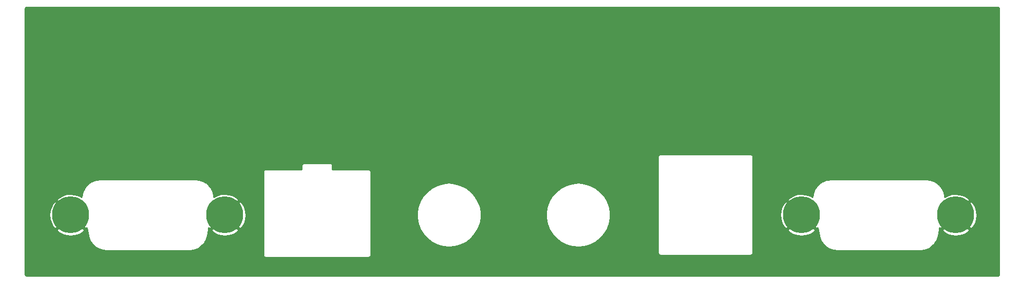
<source format=gbr>
%TF.GenerationSoftware,KiCad,Pcbnew,(5.1.10)-1*%
%TF.CreationDate,2021-10-12T00:16:37-07:00*%
%TF.ProjectId,backpanel,6261636b-7061-46e6-956c-2e6b69636164,rev?*%
%TF.SameCoordinates,PX18392c0PYda028c0*%
%TF.FileFunction,Copper,L2,Bot*%
%TF.FilePolarity,Positive*%
%FSLAX46Y46*%
G04 Gerber Fmt 4.6, Leading zero omitted, Abs format (unit mm)*
G04 Created by KiCad (PCBNEW (5.1.10)-1) date 2021-10-12 00:16:37*
%MOMM*%
%LPD*%
G01*
G04 APERTURE LIST*
%TA.AperFunction,ComponentPad*%
%ADD10C,6.000000*%
%TD*%
%TA.AperFunction,Conductor*%
%ADD11C,0.254000*%
%TD*%
%TA.AperFunction,Conductor*%
%ADD12C,0.100000*%
%TD*%
G04 APERTURE END LIST*
D10*
%TO.P,H4,1*%
%TO.N,GND*%
X151263003Y169036989D03*
%TD*%
%TO.P,H3,1*%
%TO.N,GND*%
X126263003Y169036989D03*
%TD*%
%TO.P,H2,1*%
%TO.N,GND*%
X32823003Y169036989D03*
%TD*%
%TO.P,H1,1*%
%TO.N,GND*%
X7823003Y169036989D03*
%TD*%
D11*
%TO.N,GND*%
X158149192Y202737647D02*
X158182074Y202727719D01*
X158212405Y202711591D01*
X158239023Y202689883D01*
X158260921Y202663413D01*
X158277261Y202633192D01*
X158287418Y202600380D01*
X158293204Y202545331D01*
X158293203Y159407329D01*
X158287661Y159350802D01*
X158277732Y159317917D01*
X158261607Y159287589D01*
X158239895Y159260968D01*
X158213427Y159239071D01*
X158183206Y159222731D01*
X158150393Y159212574D01*
X158095354Y159206789D01*
X657343Y159206789D01*
X600816Y159212331D01*
X567931Y159222260D01*
X537603Y159238385D01*
X510982Y159260097D01*
X489085Y159286565D01*
X472745Y159316786D01*
X462588Y159349599D01*
X456803Y159404638D01*
X456803Y166586836D01*
X5552455Y166586836D01*
X5900201Y166174414D01*
X6495609Y165854298D01*
X7142027Y165656491D01*
X7814614Y165588595D01*
X8487523Y165653218D01*
X9134895Y165847878D01*
X9731853Y166165094D01*
X9745805Y166174414D01*
X10093551Y166586836D01*
X7823003Y168857384D01*
X5552455Y166586836D01*
X456803Y166586836D01*
X456803Y169045378D01*
X4374609Y169045378D01*
X4439232Y168372469D01*
X4633892Y167725097D01*
X4951108Y167128139D01*
X4960428Y167114187D01*
X5372850Y166766441D01*
X7643398Y169036989D01*
X5372850Y171307537D01*
X4960428Y170959791D01*
X4640312Y170364383D01*
X4442505Y169717965D01*
X4374609Y169045378D01*
X456803Y169045378D01*
X456803Y171487142D01*
X5552455Y171487142D01*
X7823003Y169216594D01*
X7837146Y169230736D01*
X8016751Y169051131D01*
X8002608Y169036989D01*
X10273156Y166766441D01*
X10457314Y166921719D01*
X10682249Y165667704D01*
X10682936Y165665274D01*
X10692296Y165616211D01*
X10698605Y165594775D01*
X10702790Y165572838D01*
X10704633Y165566732D01*
X10849023Y165100284D01*
X10865061Y165062132D01*
X10880576Y165023731D01*
X10883570Y165018099D01*
X11115810Y164588579D01*
X11138959Y164554260D01*
X11161633Y164519611D01*
X11165664Y164514668D01*
X11476909Y164138439D01*
X11506258Y164109294D01*
X11535254Y164079685D01*
X11540168Y164075620D01*
X11918562Y163767008D01*
X11953070Y163744082D01*
X11987208Y163720707D01*
X11992818Y163717673D01*
X12423948Y163488437D01*
X12462212Y163472666D01*
X12500280Y163456350D01*
X12506373Y163454463D01*
X12973818Y163313334D01*
X13014381Y163305302D01*
X13054929Y163296684D01*
X13061272Y163296017D01*
X13547227Y163248369D01*
X13547232Y163248369D01*
X13569365Y163246189D01*
X27076241Y163246189D01*
X27079413Y163246501D01*
X27130036Y163247208D01*
X27152243Y163249699D01*
X27174580Y163250011D01*
X27180914Y163250766D01*
X27665348Y163311965D01*
X27705734Y163321141D01*
X27746218Y163329746D01*
X27752284Y163331716D01*
X28215606Y163485842D01*
X28253431Y163502683D01*
X28291483Y163518993D01*
X28297051Y163522104D01*
X28721613Y163763289D01*
X28755446Y163787156D01*
X28789605Y163810546D01*
X28794463Y163814679D01*
X29164092Y164133735D01*
X29192650Y164163724D01*
X29221610Y164193297D01*
X29225572Y164198295D01*
X29526191Y164583070D01*
X29548370Y164618018D01*
X29571046Y164652671D01*
X29573962Y164658344D01*
X29794117Y165094181D01*
X29809074Y165132742D01*
X29824598Y165171167D01*
X29826357Y165177298D01*
X29957506Y165647024D01*
X29963356Y165667704D01*
X30128222Y166586836D01*
X30552455Y166586836D01*
X30900201Y166174414D01*
X31495609Y165854298D01*
X32142027Y165656491D01*
X32814614Y165588595D01*
X33487523Y165653218D01*
X34134895Y165847878D01*
X34731853Y166165094D01*
X34745805Y166174414D01*
X35093551Y166586836D01*
X32823003Y168857384D01*
X30552455Y166586836D01*
X30128222Y166586836D01*
X30188344Y166922013D01*
X30372850Y166766441D01*
X32643398Y169036989D01*
X33002608Y169036989D01*
X35273156Y166766441D01*
X35685578Y167114187D01*
X36005694Y167709595D01*
X36203501Y168356013D01*
X36271397Y169028600D01*
X36206774Y169701509D01*
X36012114Y170348881D01*
X35694898Y170945839D01*
X35685578Y170959791D01*
X35273156Y171307537D01*
X33002608Y169036989D01*
X32643398Y169036989D01*
X32629256Y169051131D01*
X32808861Y169230736D01*
X32823003Y169216594D01*
X35093551Y171487142D01*
X34745805Y171899564D01*
X34150397Y172219680D01*
X33503979Y172417487D01*
X32831392Y172485383D01*
X32158483Y172420760D01*
X31511111Y172226100D01*
X31022557Y171966489D01*
X30974900Y172419915D01*
X30966569Y172460500D01*
X30958816Y172501140D01*
X30956973Y172507246D01*
X30812583Y172973694D01*
X30796545Y173011846D01*
X30781030Y173050247D01*
X30778036Y173055878D01*
X30545796Y173485399D01*
X30522632Y173519742D01*
X30499973Y173554367D01*
X30495942Y173559310D01*
X30184697Y173935540D01*
X30155313Y173964719D01*
X30126353Y173994292D01*
X30121439Y173998358D01*
X29743044Y174306969D01*
X29708547Y174329889D01*
X29674398Y174353271D01*
X29668788Y174356305D01*
X29237658Y174585541D01*
X29199380Y174601318D01*
X29161325Y174617628D01*
X29155232Y174619515D01*
X28687788Y174760645D01*
X28647180Y174768685D01*
X28606676Y174777294D01*
X28600333Y174777961D01*
X28114379Y174825609D01*
X28114374Y174825609D01*
X28092241Y174827789D01*
X12553365Y174827789D01*
X12532768Y174825760D01*
X12082762Y174784807D01*
X12043649Y174777345D01*
X12004395Y174770706D01*
X11998251Y174768991D01*
X11528881Y174634401D01*
X11490419Y174619173D01*
X11451683Y174604458D01*
X11445990Y174601582D01*
X11011701Y174378388D01*
X10976914Y174355969D01*
X10941789Y174334021D01*
X10936763Y174330094D01*
X10554097Y174026797D01*
X10524342Y173998063D01*
X10494134Y173969695D01*
X10489966Y173964867D01*
X10173499Y173593019D01*
X10149854Y173558999D01*
X10125770Y173525358D01*
X10122619Y173519812D01*
X9884404Y173093578D01*
X9867831Y173055643D01*
X9850726Y173017935D01*
X9848713Y173011883D01*
X9697824Y172547495D01*
X9688944Y172507107D01*
X9679479Y172466751D01*
X9678679Y172460423D01*
X9620864Y171975572D01*
X9620681Y171966836D01*
X9150397Y172219680D01*
X8503979Y172417487D01*
X7831392Y172485383D01*
X7158483Y172420760D01*
X6511111Y172226100D01*
X5914153Y171908884D01*
X5900201Y171899564D01*
X5552455Y171487142D01*
X456803Y171487142D01*
X456803Y176021989D01*
X39033993Y176021989D01*
X39036204Y175999541D01*
X39036203Y162582427D01*
X39033993Y162559989D01*
X39042813Y162470441D01*
X39068933Y162384333D01*
X39111350Y162304977D01*
X39168434Y162235420D01*
X39237991Y162178336D01*
X39317347Y162135919D01*
X39403455Y162109799D01*
X39493003Y162100979D01*
X39515441Y162103189D01*
X55980565Y162103189D01*
X56003003Y162100979D01*
X56092551Y162109799D01*
X56178659Y162135919D01*
X56258015Y162178336D01*
X56327572Y162235420D01*
X56384656Y162304977D01*
X56427073Y162384333D01*
X56453193Y162470441D01*
X56459803Y162537551D01*
X56459803Y162537552D01*
X56462013Y162559989D01*
X56459803Y162582427D01*
X56459803Y169542257D01*
X63913500Y169542257D01*
X63913500Y168577721D01*
X64090733Y167629607D01*
X64439164Y166730204D01*
X64946927Y165910138D01*
X65596731Y165197337D01*
X66366447Y164616074D01*
X67229865Y164186143D01*
X68157581Y163922185D01*
X69118003Y163833189D01*
X70078425Y163922185D01*
X71006141Y164186143D01*
X71869559Y164616074D01*
X72639275Y165197337D01*
X73289079Y165910138D01*
X73796842Y166730204D01*
X74145273Y167629607D01*
X74322506Y168577721D01*
X74322506Y169542257D01*
X84868500Y169542257D01*
X84868500Y168577721D01*
X85045733Y167629607D01*
X85394164Y166730204D01*
X85901927Y165910138D01*
X86551731Y165197337D01*
X87321447Y164616074D01*
X88184865Y164186143D01*
X89112581Y163922185D01*
X90073003Y163833189D01*
X91033425Y163922185D01*
X91961141Y164186143D01*
X92824559Y164616074D01*
X93594275Y165197337D01*
X94244079Y165910138D01*
X94751842Y166730204D01*
X95100273Y167629607D01*
X95277506Y168577721D01*
X95277506Y169542257D01*
X95100273Y170490371D01*
X94751842Y171389774D01*
X94244079Y172209840D01*
X93594275Y172922641D01*
X92824559Y173503904D01*
X91961141Y173933835D01*
X91033425Y174197793D01*
X90073003Y174286789D01*
X89112581Y174197793D01*
X88184865Y173933835D01*
X87321447Y173503904D01*
X86551731Y172922641D01*
X85901927Y172209840D01*
X85394164Y171389774D01*
X85045733Y170490371D01*
X84868500Y169542257D01*
X74322506Y169542257D01*
X74145273Y170490371D01*
X73796842Y171389774D01*
X73289079Y172209840D01*
X72639275Y172922641D01*
X71869559Y173503904D01*
X71006141Y173933835D01*
X70078425Y174197793D01*
X69118003Y174286789D01*
X68157581Y174197793D01*
X67229865Y173933835D01*
X66366447Y173503904D01*
X65596731Y172922641D01*
X64946927Y172209840D01*
X64439164Y171389774D01*
X64090733Y170490371D01*
X63913500Y169542257D01*
X56459803Y169542257D01*
X56459803Y175999552D01*
X56462013Y176021989D01*
X56453193Y176111537D01*
X56427073Y176197645D01*
X56384656Y176277001D01*
X56327572Y176346558D01*
X56258015Y176403642D01*
X56178659Y176446059D01*
X56092551Y176472179D01*
X56025441Y176478789D01*
X56003003Y176480999D01*
X55980565Y176478789D01*
X50236803Y176478789D01*
X50236803Y177015551D01*
X50239013Y177037989D01*
X50230193Y177127537D01*
X50204073Y177213645D01*
X50161656Y177293001D01*
X50104572Y177362558D01*
X50035015Y177419642D01*
X49955659Y177462059D01*
X49869551Y177488179D01*
X49802441Y177494789D01*
X49780003Y177496999D01*
X49757565Y177494789D01*
X45738441Y177494789D01*
X45716003Y177496999D01*
X45693565Y177494789D01*
X45626455Y177488179D01*
X45540347Y177462059D01*
X45460991Y177419642D01*
X45391434Y177362558D01*
X45334350Y177293001D01*
X45291933Y177213645D01*
X45265813Y177127537D01*
X45256993Y177037989D01*
X45259204Y177015542D01*
X45259203Y176478789D01*
X39515441Y176478789D01*
X39493003Y176480999D01*
X39470565Y176478789D01*
X39403455Y176472179D01*
X39317347Y176446059D01*
X39237991Y176403642D01*
X39168434Y176346558D01*
X39111350Y176277001D01*
X39068933Y176197645D01*
X39042813Y176111537D01*
X39033993Y176021989D01*
X456803Y176021989D01*
X456803Y178459989D01*
X102978993Y178459989D01*
X102981204Y178437541D01*
X102981203Y162982427D01*
X102978993Y162959989D01*
X102987813Y162870441D01*
X103013933Y162784333D01*
X103056350Y162704977D01*
X103113434Y162635420D01*
X103182991Y162578336D01*
X103262347Y162535919D01*
X103348455Y162509799D01*
X103438003Y162500979D01*
X103460441Y162503189D01*
X117915565Y162503189D01*
X117938003Y162500979D01*
X118027551Y162509799D01*
X118113659Y162535919D01*
X118193015Y162578336D01*
X118262572Y162635420D01*
X118319656Y162704977D01*
X118362073Y162784333D01*
X118388193Y162870441D01*
X118394803Y162937551D01*
X118394803Y162937552D01*
X118397013Y162959989D01*
X118394803Y162982427D01*
X118394803Y166586836D01*
X123992455Y166586836D01*
X124340201Y166174414D01*
X124935609Y165854298D01*
X125582027Y165656491D01*
X126254614Y165588595D01*
X126927523Y165653218D01*
X127574895Y165847878D01*
X128171853Y166165094D01*
X128185805Y166174414D01*
X128533551Y166586836D01*
X126263003Y168857384D01*
X123992455Y166586836D01*
X118394803Y166586836D01*
X118394803Y169045378D01*
X122814609Y169045378D01*
X122879232Y168372469D01*
X123073892Y167725097D01*
X123391108Y167128139D01*
X123400428Y167114187D01*
X123812850Y166766441D01*
X126083398Y169036989D01*
X123812850Y171307537D01*
X123400428Y170959791D01*
X123080312Y170364383D01*
X122882505Y169717965D01*
X122814609Y169045378D01*
X118394803Y169045378D01*
X118394803Y171487142D01*
X123992455Y171487142D01*
X126263003Y169216594D01*
X126277146Y169230736D01*
X126456751Y169051131D01*
X126442608Y169036989D01*
X128713156Y166766441D01*
X128897488Y166921866D01*
X129122449Y165667704D01*
X129123136Y165665274D01*
X129132496Y165616211D01*
X129138805Y165594775D01*
X129142990Y165572838D01*
X129144833Y165566732D01*
X129289223Y165100284D01*
X129305261Y165062132D01*
X129320776Y165023731D01*
X129323770Y165018099D01*
X129556010Y164588579D01*
X129579159Y164554260D01*
X129601833Y164519611D01*
X129605864Y164514668D01*
X129917109Y164138439D01*
X129946458Y164109294D01*
X129975454Y164079685D01*
X129980368Y164075620D01*
X130358762Y163767008D01*
X130393270Y163744082D01*
X130427408Y163720707D01*
X130433018Y163717673D01*
X130864148Y163488437D01*
X130902412Y163472666D01*
X130940480Y163456350D01*
X130946573Y163454463D01*
X131414018Y163313334D01*
X131454581Y163305302D01*
X131495129Y163296684D01*
X131501472Y163296017D01*
X131987427Y163248369D01*
X131987432Y163248369D01*
X132009565Y163246189D01*
X145516441Y163246189D01*
X145519613Y163246501D01*
X145570236Y163247208D01*
X145592443Y163249699D01*
X145614780Y163250011D01*
X145621114Y163250766D01*
X146105548Y163311965D01*
X146145934Y163321141D01*
X146186418Y163329746D01*
X146192484Y163331716D01*
X146655806Y163485842D01*
X146693631Y163502683D01*
X146731683Y163518993D01*
X146737251Y163522104D01*
X147161813Y163763289D01*
X147195646Y163787156D01*
X147229805Y163810546D01*
X147234663Y163814679D01*
X147604292Y164133735D01*
X147632850Y164163724D01*
X147661810Y164193297D01*
X147665772Y164198295D01*
X147966391Y164583070D01*
X147988570Y164618018D01*
X148011246Y164652671D01*
X148014162Y164658344D01*
X148234317Y165094181D01*
X148249274Y165132742D01*
X148264798Y165171167D01*
X148266557Y165177298D01*
X148397706Y165647024D01*
X148403556Y165667704D01*
X148568422Y166586836D01*
X148992455Y166586836D01*
X149340201Y166174414D01*
X149935609Y165854298D01*
X150582027Y165656491D01*
X151254614Y165588595D01*
X151927523Y165653218D01*
X152574895Y165847878D01*
X153171853Y166165094D01*
X153185805Y166174414D01*
X153533551Y166586836D01*
X151263003Y168857384D01*
X148992455Y166586836D01*
X148568422Y166586836D01*
X148628518Y166921866D01*
X148812850Y166766441D01*
X151083398Y169036989D01*
X151442608Y169036989D01*
X153713156Y166766441D01*
X154125578Y167114187D01*
X154445694Y167709595D01*
X154643501Y168356013D01*
X154711397Y169028600D01*
X154646774Y169701509D01*
X154452114Y170348881D01*
X154134898Y170945839D01*
X154125578Y170959791D01*
X153713156Y171307537D01*
X151442608Y169036989D01*
X151083398Y169036989D01*
X151069256Y169051131D01*
X151248861Y169230736D01*
X151263003Y169216594D01*
X153533551Y171487142D01*
X153185805Y171899564D01*
X152590397Y172219680D01*
X151943979Y172417487D01*
X151271392Y172485383D01*
X150598483Y172420760D01*
X149951111Y172226100D01*
X149462747Y171966589D01*
X149415100Y172419915D01*
X149406769Y172460500D01*
X149399016Y172501140D01*
X149397173Y172507246D01*
X149252783Y172973694D01*
X149236745Y173011846D01*
X149221230Y173050247D01*
X149218236Y173055878D01*
X148985996Y173485399D01*
X148962832Y173519742D01*
X148940173Y173554367D01*
X148936142Y173559310D01*
X148624897Y173935540D01*
X148595513Y173964719D01*
X148566553Y173994292D01*
X148561639Y173998358D01*
X148183244Y174306969D01*
X148148747Y174329889D01*
X148114598Y174353271D01*
X148108988Y174356305D01*
X147677858Y174585541D01*
X147639580Y174601318D01*
X147601525Y174617628D01*
X147595432Y174619515D01*
X147127988Y174760645D01*
X147087380Y174768685D01*
X147046876Y174777294D01*
X147040533Y174777961D01*
X146554579Y174825609D01*
X146554574Y174825609D01*
X146532441Y174827789D01*
X130993565Y174827789D01*
X130972968Y174825760D01*
X130522962Y174784807D01*
X130483849Y174777345D01*
X130444595Y174770706D01*
X130438451Y174768991D01*
X129969081Y174634401D01*
X129930619Y174619173D01*
X129891883Y174604458D01*
X129886190Y174601582D01*
X129451901Y174378388D01*
X129417114Y174355969D01*
X129381989Y174334021D01*
X129376963Y174330094D01*
X128994297Y174026797D01*
X128964542Y173998063D01*
X128934334Y173969695D01*
X128930166Y173964867D01*
X128613699Y173593019D01*
X128590054Y173558999D01*
X128565970Y173525358D01*
X128562819Y173519812D01*
X128324604Y173093578D01*
X128308031Y173055643D01*
X128290926Y173017935D01*
X128288913Y173011883D01*
X128138024Y172547495D01*
X128129144Y172507107D01*
X128119679Y172466751D01*
X128118879Y172460423D01*
X128061064Y171975572D01*
X128060879Y171966729D01*
X127590397Y172219680D01*
X126943979Y172417487D01*
X126271392Y172485383D01*
X125598483Y172420760D01*
X124951111Y172226100D01*
X124354153Y171908884D01*
X124340201Y171899564D01*
X123992455Y171487142D01*
X118394803Y171487142D01*
X118394803Y178437551D01*
X118397013Y178459989D01*
X118388193Y178549537D01*
X118362073Y178635645D01*
X118319656Y178715001D01*
X118262572Y178784558D01*
X118193015Y178841642D01*
X118113659Y178884059D01*
X118027551Y178910179D01*
X117960441Y178916789D01*
X117938003Y178918999D01*
X117915565Y178916789D01*
X103460441Y178916789D01*
X103438003Y178918999D01*
X103415565Y178916789D01*
X103348455Y178910179D01*
X103262347Y178884059D01*
X103182991Y178841642D01*
X103113434Y178784558D01*
X103056350Y178715001D01*
X103013933Y178635645D01*
X102987813Y178549537D01*
X102978993Y178459989D01*
X456803Y178459989D01*
X456803Y202542649D01*
X462345Y202599178D01*
X472273Y202632060D01*
X488401Y202662391D01*
X510109Y202689009D01*
X536579Y202710907D01*
X566800Y202727247D01*
X599612Y202737404D01*
X654652Y202743189D01*
X158092663Y202743189D01*
X158149192Y202737647D01*
%TA.AperFunction,Conductor*%
D12*
G36*
X158149192Y202737647D02*
G01*
X158182074Y202727719D01*
X158212405Y202711591D01*
X158239023Y202689883D01*
X158260921Y202663413D01*
X158277261Y202633192D01*
X158287418Y202600380D01*
X158293204Y202545331D01*
X158293203Y159407329D01*
X158287661Y159350802D01*
X158277732Y159317917D01*
X158261607Y159287589D01*
X158239895Y159260968D01*
X158213427Y159239071D01*
X158183206Y159222731D01*
X158150393Y159212574D01*
X158095354Y159206789D01*
X657343Y159206789D01*
X600816Y159212331D01*
X567931Y159222260D01*
X537603Y159238385D01*
X510982Y159260097D01*
X489085Y159286565D01*
X472745Y159316786D01*
X462588Y159349599D01*
X456803Y159404638D01*
X456803Y166586836D01*
X5552455Y166586836D01*
X5900201Y166174414D01*
X6495609Y165854298D01*
X7142027Y165656491D01*
X7814614Y165588595D01*
X8487523Y165653218D01*
X9134895Y165847878D01*
X9731853Y166165094D01*
X9745805Y166174414D01*
X10093551Y166586836D01*
X7823003Y168857384D01*
X5552455Y166586836D01*
X456803Y166586836D01*
X456803Y169045378D01*
X4374609Y169045378D01*
X4439232Y168372469D01*
X4633892Y167725097D01*
X4951108Y167128139D01*
X4960428Y167114187D01*
X5372850Y166766441D01*
X7643398Y169036989D01*
X5372850Y171307537D01*
X4960428Y170959791D01*
X4640312Y170364383D01*
X4442505Y169717965D01*
X4374609Y169045378D01*
X456803Y169045378D01*
X456803Y171487142D01*
X5552455Y171487142D01*
X7823003Y169216594D01*
X7837146Y169230736D01*
X8016751Y169051131D01*
X8002608Y169036989D01*
X10273156Y166766441D01*
X10457314Y166921719D01*
X10682249Y165667704D01*
X10682936Y165665274D01*
X10692296Y165616211D01*
X10698605Y165594775D01*
X10702790Y165572838D01*
X10704633Y165566732D01*
X10849023Y165100284D01*
X10865061Y165062132D01*
X10880576Y165023731D01*
X10883570Y165018099D01*
X11115810Y164588579D01*
X11138959Y164554260D01*
X11161633Y164519611D01*
X11165664Y164514668D01*
X11476909Y164138439D01*
X11506258Y164109294D01*
X11535254Y164079685D01*
X11540168Y164075620D01*
X11918562Y163767008D01*
X11953070Y163744082D01*
X11987208Y163720707D01*
X11992818Y163717673D01*
X12423948Y163488437D01*
X12462212Y163472666D01*
X12500280Y163456350D01*
X12506373Y163454463D01*
X12973818Y163313334D01*
X13014381Y163305302D01*
X13054929Y163296684D01*
X13061272Y163296017D01*
X13547227Y163248369D01*
X13547232Y163248369D01*
X13569365Y163246189D01*
X27076241Y163246189D01*
X27079413Y163246501D01*
X27130036Y163247208D01*
X27152243Y163249699D01*
X27174580Y163250011D01*
X27180914Y163250766D01*
X27665348Y163311965D01*
X27705734Y163321141D01*
X27746218Y163329746D01*
X27752284Y163331716D01*
X28215606Y163485842D01*
X28253431Y163502683D01*
X28291483Y163518993D01*
X28297051Y163522104D01*
X28721613Y163763289D01*
X28755446Y163787156D01*
X28789605Y163810546D01*
X28794463Y163814679D01*
X29164092Y164133735D01*
X29192650Y164163724D01*
X29221610Y164193297D01*
X29225572Y164198295D01*
X29526191Y164583070D01*
X29548370Y164618018D01*
X29571046Y164652671D01*
X29573962Y164658344D01*
X29794117Y165094181D01*
X29809074Y165132742D01*
X29824598Y165171167D01*
X29826357Y165177298D01*
X29957506Y165647024D01*
X29963356Y165667704D01*
X30128222Y166586836D01*
X30552455Y166586836D01*
X30900201Y166174414D01*
X31495609Y165854298D01*
X32142027Y165656491D01*
X32814614Y165588595D01*
X33487523Y165653218D01*
X34134895Y165847878D01*
X34731853Y166165094D01*
X34745805Y166174414D01*
X35093551Y166586836D01*
X32823003Y168857384D01*
X30552455Y166586836D01*
X30128222Y166586836D01*
X30188344Y166922013D01*
X30372850Y166766441D01*
X32643398Y169036989D01*
X33002608Y169036989D01*
X35273156Y166766441D01*
X35685578Y167114187D01*
X36005694Y167709595D01*
X36203501Y168356013D01*
X36271397Y169028600D01*
X36206774Y169701509D01*
X36012114Y170348881D01*
X35694898Y170945839D01*
X35685578Y170959791D01*
X35273156Y171307537D01*
X33002608Y169036989D01*
X32643398Y169036989D01*
X32629256Y169051131D01*
X32808861Y169230736D01*
X32823003Y169216594D01*
X35093551Y171487142D01*
X34745805Y171899564D01*
X34150397Y172219680D01*
X33503979Y172417487D01*
X32831392Y172485383D01*
X32158483Y172420760D01*
X31511111Y172226100D01*
X31022557Y171966489D01*
X30974900Y172419915D01*
X30966569Y172460500D01*
X30958816Y172501140D01*
X30956973Y172507246D01*
X30812583Y172973694D01*
X30796545Y173011846D01*
X30781030Y173050247D01*
X30778036Y173055878D01*
X30545796Y173485399D01*
X30522632Y173519742D01*
X30499973Y173554367D01*
X30495942Y173559310D01*
X30184697Y173935540D01*
X30155313Y173964719D01*
X30126353Y173994292D01*
X30121439Y173998358D01*
X29743044Y174306969D01*
X29708547Y174329889D01*
X29674398Y174353271D01*
X29668788Y174356305D01*
X29237658Y174585541D01*
X29199380Y174601318D01*
X29161325Y174617628D01*
X29155232Y174619515D01*
X28687788Y174760645D01*
X28647180Y174768685D01*
X28606676Y174777294D01*
X28600333Y174777961D01*
X28114379Y174825609D01*
X28114374Y174825609D01*
X28092241Y174827789D01*
X12553365Y174827789D01*
X12532768Y174825760D01*
X12082762Y174784807D01*
X12043649Y174777345D01*
X12004395Y174770706D01*
X11998251Y174768991D01*
X11528881Y174634401D01*
X11490419Y174619173D01*
X11451683Y174604458D01*
X11445990Y174601582D01*
X11011701Y174378388D01*
X10976914Y174355969D01*
X10941789Y174334021D01*
X10936763Y174330094D01*
X10554097Y174026797D01*
X10524342Y173998063D01*
X10494134Y173969695D01*
X10489966Y173964867D01*
X10173499Y173593019D01*
X10149854Y173558999D01*
X10125770Y173525358D01*
X10122619Y173519812D01*
X9884404Y173093578D01*
X9867831Y173055643D01*
X9850726Y173017935D01*
X9848713Y173011883D01*
X9697824Y172547495D01*
X9688944Y172507107D01*
X9679479Y172466751D01*
X9678679Y172460423D01*
X9620864Y171975572D01*
X9620681Y171966836D01*
X9150397Y172219680D01*
X8503979Y172417487D01*
X7831392Y172485383D01*
X7158483Y172420760D01*
X6511111Y172226100D01*
X5914153Y171908884D01*
X5900201Y171899564D01*
X5552455Y171487142D01*
X456803Y171487142D01*
X456803Y176021989D01*
X39033993Y176021989D01*
X39036204Y175999541D01*
X39036203Y162582427D01*
X39033993Y162559989D01*
X39042813Y162470441D01*
X39068933Y162384333D01*
X39111350Y162304977D01*
X39168434Y162235420D01*
X39237991Y162178336D01*
X39317347Y162135919D01*
X39403455Y162109799D01*
X39493003Y162100979D01*
X39515441Y162103189D01*
X55980565Y162103189D01*
X56003003Y162100979D01*
X56092551Y162109799D01*
X56178659Y162135919D01*
X56258015Y162178336D01*
X56327572Y162235420D01*
X56384656Y162304977D01*
X56427073Y162384333D01*
X56453193Y162470441D01*
X56459803Y162537551D01*
X56459803Y162537552D01*
X56462013Y162559989D01*
X56459803Y162582427D01*
X56459803Y169542257D01*
X63913500Y169542257D01*
X63913500Y168577721D01*
X64090733Y167629607D01*
X64439164Y166730204D01*
X64946927Y165910138D01*
X65596731Y165197337D01*
X66366447Y164616074D01*
X67229865Y164186143D01*
X68157581Y163922185D01*
X69118003Y163833189D01*
X70078425Y163922185D01*
X71006141Y164186143D01*
X71869559Y164616074D01*
X72639275Y165197337D01*
X73289079Y165910138D01*
X73796842Y166730204D01*
X74145273Y167629607D01*
X74322506Y168577721D01*
X74322506Y169542257D01*
X84868500Y169542257D01*
X84868500Y168577721D01*
X85045733Y167629607D01*
X85394164Y166730204D01*
X85901927Y165910138D01*
X86551731Y165197337D01*
X87321447Y164616074D01*
X88184865Y164186143D01*
X89112581Y163922185D01*
X90073003Y163833189D01*
X91033425Y163922185D01*
X91961141Y164186143D01*
X92824559Y164616074D01*
X93594275Y165197337D01*
X94244079Y165910138D01*
X94751842Y166730204D01*
X95100273Y167629607D01*
X95277506Y168577721D01*
X95277506Y169542257D01*
X95100273Y170490371D01*
X94751842Y171389774D01*
X94244079Y172209840D01*
X93594275Y172922641D01*
X92824559Y173503904D01*
X91961141Y173933835D01*
X91033425Y174197793D01*
X90073003Y174286789D01*
X89112581Y174197793D01*
X88184865Y173933835D01*
X87321447Y173503904D01*
X86551731Y172922641D01*
X85901927Y172209840D01*
X85394164Y171389774D01*
X85045733Y170490371D01*
X84868500Y169542257D01*
X74322506Y169542257D01*
X74145273Y170490371D01*
X73796842Y171389774D01*
X73289079Y172209840D01*
X72639275Y172922641D01*
X71869559Y173503904D01*
X71006141Y173933835D01*
X70078425Y174197793D01*
X69118003Y174286789D01*
X68157581Y174197793D01*
X67229865Y173933835D01*
X66366447Y173503904D01*
X65596731Y172922641D01*
X64946927Y172209840D01*
X64439164Y171389774D01*
X64090733Y170490371D01*
X63913500Y169542257D01*
X56459803Y169542257D01*
X56459803Y175999552D01*
X56462013Y176021989D01*
X56453193Y176111537D01*
X56427073Y176197645D01*
X56384656Y176277001D01*
X56327572Y176346558D01*
X56258015Y176403642D01*
X56178659Y176446059D01*
X56092551Y176472179D01*
X56025441Y176478789D01*
X56003003Y176480999D01*
X55980565Y176478789D01*
X50236803Y176478789D01*
X50236803Y177015551D01*
X50239013Y177037989D01*
X50230193Y177127537D01*
X50204073Y177213645D01*
X50161656Y177293001D01*
X50104572Y177362558D01*
X50035015Y177419642D01*
X49955659Y177462059D01*
X49869551Y177488179D01*
X49802441Y177494789D01*
X49780003Y177496999D01*
X49757565Y177494789D01*
X45738441Y177494789D01*
X45716003Y177496999D01*
X45693565Y177494789D01*
X45626455Y177488179D01*
X45540347Y177462059D01*
X45460991Y177419642D01*
X45391434Y177362558D01*
X45334350Y177293001D01*
X45291933Y177213645D01*
X45265813Y177127537D01*
X45256993Y177037989D01*
X45259204Y177015542D01*
X45259203Y176478789D01*
X39515441Y176478789D01*
X39493003Y176480999D01*
X39470565Y176478789D01*
X39403455Y176472179D01*
X39317347Y176446059D01*
X39237991Y176403642D01*
X39168434Y176346558D01*
X39111350Y176277001D01*
X39068933Y176197645D01*
X39042813Y176111537D01*
X39033993Y176021989D01*
X456803Y176021989D01*
X456803Y178459989D01*
X102978993Y178459989D01*
X102981204Y178437541D01*
X102981203Y162982427D01*
X102978993Y162959989D01*
X102987813Y162870441D01*
X103013933Y162784333D01*
X103056350Y162704977D01*
X103113434Y162635420D01*
X103182991Y162578336D01*
X103262347Y162535919D01*
X103348455Y162509799D01*
X103438003Y162500979D01*
X103460441Y162503189D01*
X117915565Y162503189D01*
X117938003Y162500979D01*
X118027551Y162509799D01*
X118113659Y162535919D01*
X118193015Y162578336D01*
X118262572Y162635420D01*
X118319656Y162704977D01*
X118362073Y162784333D01*
X118388193Y162870441D01*
X118394803Y162937551D01*
X118394803Y162937552D01*
X118397013Y162959989D01*
X118394803Y162982427D01*
X118394803Y166586836D01*
X123992455Y166586836D01*
X124340201Y166174414D01*
X124935609Y165854298D01*
X125582027Y165656491D01*
X126254614Y165588595D01*
X126927523Y165653218D01*
X127574895Y165847878D01*
X128171853Y166165094D01*
X128185805Y166174414D01*
X128533551Y166586836D01*
X126263003Y168857384D01*
X123992455Y166586836D01*
X118394803Y166586836D01*
X118394803Y169045378D01*
X122814609Y169045378D01*
X122879232Y168372469D01*
X123073892Y167725097D01*
X123391108Y167128139D01*
X123400428Y167114187D01*
X123812850Y166766441D01*
X126083398Y169036989D01*
X123812850Y171307537D01*
X123400428Y170959791D01*
X123080312Y170364383D01*
X122882505Y169717965D01*
X122814609Y169045378D01*
X118394803Y169045378D01*
X118394803Y171487142D01*
X123992455Y171487142D01*
X126263003Y169216594D01*
X126277146Y169230736D01*
X126456751Y169051131D01*
X126442608Y169036989D01*
X128713156Y166766441D01*
X128897488Y166921866D01*
X129122449Y165667704D01*
X129123136Y165665274D01*
X129132496Y165616211D01*
X129138805Y165594775D01*
X129142990Y165572838D01*
X129144833Y165566732D01*
X129289223Y165100284D01*
X129305261Y165062132D01*
X129320776Y165023731D01*
X129323770Y165018099D01*
X129556010Y164588579D01*
X129579159Y164554260D01*
X129601833Y164519611D01*
X129605864Y164514668D01*
X129917109Y164138439D01*
X129946458Y164109294D01*
X129975454Y164079685D01*
X129980368Y164075620D01*
X130358762Y163767008D01*
X130393270Y163744082D01*
X130427408Y163720707D01*
X130433018Y163717673D01*
X130864148Y163488437D01*
X130902412Y163472666D01*
X130940480Y163456350D01*
X130946573Y163454463D01*
X131414018Y163313334D01*
X131454581Y163305302D01*
X131495129Y163296684D01*
X131501472Y163296017D01*
X131987427Y163248369D01*
X131987432Y163248369D01*
X132009565Y163246189D01*
X145516441Y163246189D01*
X145519613Y163246501D01*
X145570236Y163247208D01*
X145592443Y163249699D01*
X145614780Y163250011D01*
X145621114Y163250766D01*
X146105548Y163311965D01*
X146145934Y163321141D01*
X146186418Y163329746D01*
X146192484Y163331716D01*
X146655806Y163485842D01*
X146693631Y163502683D01*
X146731683Y163518993D01*
X146737251Y163522104D01*
X147161813Y163763289D01*
X147195646Y163787156D01*
X147229805Y163810546D01*
X147234663Y163814679D01*
X147604292Y164133735D01*
X147632850Y164163724D01*
X147661810Y164193297D01*
X147665772Y164198295D01*
X147966391Y164583070D01*
X147988570Y164618018D01*
X148011246Y164652671D01*
X148014162Y164658344D01*
X148234317Y165094181D01*
X148249274Y165132742D01*
X148264798Y165171167D01*
X148266557Y165177298D01*
X148397706Y165647024D01*
X148403556Y165667704D01*
X148568422Y166586836D01*
X148992455Y166586836D01*
X149340201Y166174414D01*
X149935609Y165854298D01*
X150582027Y165656491D01*
X151254614Y165588595D01*
X151927523Y165653218D01*
X152574895Y165847878D01*
X153171853Y166165094D01*
X153185805Y166174414D01*
X153533551Y166586836D01*
X151263003Y168857384D01*
X148992455Y166586836D01*
X148568422Y166586836D01*
X148628518Y166921866D01*
X148812850Y166766441D01*
X151083398Y169036989D01*
X151442608Y169036989D01*
X153713156Y166766441D01*
X154125578Y167114187D01*
X154445694Y167709595D01*
X154643501Y168356013D01*
X154711397Y169028600D01*
X154646774Y169701509D01*
X154452114Y170348881D01*
X154134898Y170945839D01*
X154125578Y170959791D01*
X153713156Y171307537D01*
X151442608Y169036989D01*
X151083398Y169036989D01*
X151069256Y169051131D01*
X151248861Y169230736D01*
X151263003Y169216594D01*
X153533551Y171487142D01*
X153185805Y171899564D01*
X152590397Y172219680D01*
X151943979Y172417487D01*
X151271392Y172485383D01*
X150598483Y172420760D01*
X149951111Y172226100D01*
X149462747Y171966589D01*
X149415100Y172419915D01*
X149406769Y172460500D01*
X149399016Y172501140D01*
X149397173Y172507246D01*
X149252783Y172973694D01*
X149236745Y173011846D01*
X149221230Y173050247D01*
X149218236Y173055878D01*
X148985996Y173485399D01*
X148962832Y173519742D01*
X148940173Y173554367D01*
X148936142Y173559310D01*
X148624897Y173935540D01*
X148595513Y173964719D01*
X148566553Y173994292D01*
X148561639Y173998358D01*
X148183244Y174306969D01*
X148148747Y174329889D01*
X148114598Y174353271D01*
X148108988Y174356305D01*
X147677858Y174585541D01*
X147639580Y174601318D01*
X147601525Y174617628D01*
X147595432Y174619515D01*
X147127988Y174760645D01*
X147087380Y174768685D01*
X147046876Y174777294D01*
X147040533Y174777961D01*
X146554579Y174825609D01*
X146554574Y174825609D01*
X146532441Y174827789D01*
X130993565Y174827789D01*
X130972968Y174825760D01*
X130522962Y174784807D01*
X130483849Y174777345D01*
X130444595Y174770706D01*
X130438451Y174768991D01*
X129969081Y174634401D01*
X129930619Y174619173D01*
X129891883Y174604458D01*
X129886190Y174601582D01*
X129451901Y174378388D01*
X129417114Y174355969D01*
X129381989Y174334021D01*
X129376963Y174330094D01*
X128994297Y174026797D01*
X128964542Y173998063D01*
X128934334Y173969695D01*
X128930166Y173964867D01*
X128613699Y173593019D01*
X128590054Y173558999D01*
X128565970Y173525358D01*
X128562819Y173519812D01*
X128324604Y173093578D01*
X128308031Y173055643D01*
X128290926Y173017935D01*
X128288913Y173011883D01*
X128138024Y172547495D01*
X128129144Y172507107D01*
X128119679Y172466751D01*
X128118879Y172460423D01*
X128061064Y171975572D01*
X128060879Y171966729D01*
X127590397Y172219680D01*
X126943979Y172417487D01*
X126271392Y172485383D01*
X125598483Y172420760D01*
X124951111Y172226100D01*
X124354153Y171908884D01*
X124340201Y171899564D01*
X123992455Y171487142D01*
X118394803Y171487142D01*
X118394803Y178437551D01*
X118397013Y178459989D01*
X118388193Y178549537D01*
X118362073Y178635645D01*
X118319656Y178715001D01*
X118262572Y178784558D01*
X118193015Y178841642D01*
X118113659Y178884059D01*
X118027551Y178910179D01*
X117960441Y178916789D01*
X117938003Y178918999D01*
X117915565Y178916789D01*
X103460441Y178916789D01*
X103438003Y178918999D01*
X103415565Y178916789D01*
X103348455Y178910179D01*
X103262347Y178884059D01*
X103182991Y178841642D01*
X103113434Y178784558D01*
X103056350Y178715001D01*
X103013933Y178635645D01*
X102987813Y178549537D01*
X102978993Y178459989D01*
X456803Y178459989D01*
X456803Y202542649D01*
X462345Y202599178D01*
X472273Y202632060D01*
X488401Y202662391D01*
X510109Y202689009D01*
X536579Y202710907D01*
X566800Y202727247D01*
X599612Y202737404D01*
X654652Y202743189D01*
X158092663Y202743189D01*
X158149192Y202737647D01*
G37*
%TD.AperFunction*%
%TD*%
M02*

</source>
